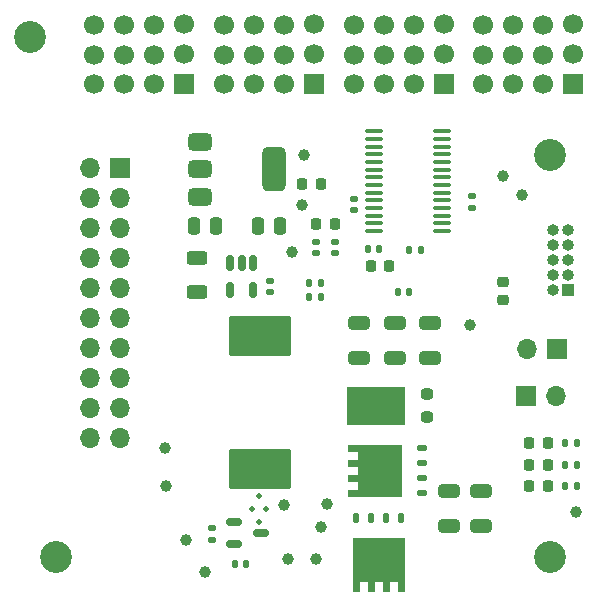
<source format=gbr>
%TF.GenerationSoftware,KiCad,Pcbnew,8.0.8*%
%TF.CreationDate,2025-03-05T15:18:31-05:00*%
%TF.ProjectId,V2.0,56322e30-2e6b-4696-9361-645f70636258,rev?*%
%TF.SameCoordinates,Original*%
%TF.FileFunction,Soldermask,Top*%
%TF.FilePolarity,Negative*%
%FSLAX46Y46*%
G04 Gerber Fmt 4.6, Leading zero omitted, Abs format (unit mm)*
G04 Created by KiCad (PCBNEW 8.0.8) date 2025-03-05 15:18:31*
%MOMM*%
%LPD*%
G01*
G04 APERTURE LIST*
G04 Aperture macros list*
%AMRoundRect*
0 Rectangle with rounded corners*
0 $1 Rounding radius*
0 $2 $3 $4 $5 $6 $7 $8 $9 X,Y pos of 4 corners*
0 Add a 4 corners polygon primitive as box body*
4,1,4,$2,$3,$4,$5,$6,$7,$8,$9,$2,$3,0*
0 Add four circle primitives for the rounded corners*
1,1,$1+$1,$2,$3*
1,1,$1+$1,$4,$5*
1,1,$1+$1,$6,$7*
1,1,$1+$1,$8,$9*
0 Add four rect primitives between the rounded corners*
20,1,$1+$1,$2,$3,$4,$5,0*
20,1,$1+$1,$4,$5,$6,$7,0*
20,1,$1+$1,$6,$7,$8,$9,0*
20,1,$1+$1,$8,$9,$2,$3,0*%
%AMFreePoly0*
4,1,17,2.675000,1.605000,1.875000,1.605000,1.875000,0.935000,2.675000,0.935000,2.675000,0.335000,1.875000,0.335000,1.875000,-0.335000,2.675000,-0.335000,2.675000,-0.935000,1.875000,-0.935000,1.875000,-1.605000,2.675000,-1.605000,2.675000,-2.205000,-1.875000,-2.205000,-1.875000,2.205000,2.675000,2.205000,2.675000,1.605000,2.675000,1.605000,$1*%
G04 Aperture macros list end*
%ADD10RoundRect,0.218750X-0.218750X-0.256250X0.218750X-0.256250X0.218750X0.256250X-0.218750X0.256250X0*%
%ADD11RoundRect,0.218750X0.256250X-0.218750X0.256250X0.218750X-0.256250X0.218750X-0.256250X-0.218750X0*%
%ADD12C,1.000000*%
%ADD13R,1.700000X1.700000*%
%ADD14C,1.700000*%
%ADD15O,1.700000X1.700000*%
%ADD16RoundRect,0.140000X-0.140000X-0.170000X0.140000X-0.170000X0.140000X0.170000X-0.140000X0.170000X0*%
%ADD17RoundRect,0.225000X-0.225000X-0.250000X0.225000X-0.250000X0.225000X0.250000X-0.225000X0.250000X0*%
%ADD18C,2.700000*%
%ADD19RoundRect,0.135000X-0.185000X0.135000X-0.185000X-0.135000X0.185000X-0.135000X0.185000X0.135000X0*%
%ADD20RoundRect,0.250000X0.250000X0.475000X-0.250000X0.475000X-0.250000X-0.475000X0.250000X-0.475000X0*%
%ADD21RoundRect,0.140000X0.170000X-0.140000X0.170000X0.140000X-0.170000X0.140000X-0.170000X-0.140000X0*%
%ADD22RoundRect,0.100000X0.637500X0.100000X-0.637500X0.100000X-0.637500X-0.100000X0.637500X-0.100000X0*%
%ADD23RoundRect,0.135000X-0.135000X-0.185000X0.135000X-0.185000X0.135000X0.185000X-0.135000X0.185000X0*%
%ADD24RoundRect,0.150000X-0.150000X0.512500X-0.150000X-0.512500X0.150000X-0.512500X0.150000X0.512500X0*%
%ADD25RoundRect,0.140000X-0.170000X0.140000X-0.170000X-0.140000X0.170000X-0.140000X0.170000X0.140000X0*%
%ADD26RoundRect,0.250000X0.650000X-0.325000X0.650000X0.325000X-0.650000X0.325000X-0.650000X-0.325000X0*%
%ADD27RoundRect,0.135000X0.135000X0.185000X-0.135000X0.185000X-0.135000X-0.185000X0.135000X-0.185000X0*%
%ADD28O,1.000000X1.000000*%
%ADD29R,1.000000X1.000000*%
%ADD30RoundRect,0.250000X-0.650000X0.325000X-0.650000X-0.325000X0.650000X-0.325000X0.650000X0.325000X0*%
%ADD31RoundRect,0.218750X0.218750X0.256250X-0.218750X0.256250X-0.218750X-0.256250X0.218750X-0.256250X0*%
%ADD32RoundRect,0.102000X2.500000X-1.625000X2.500000X1.625000X-2.500000X1.625000X-2.500000X-1.625000X0*%
%ADD33RoundRect,0.125000X0.300000X0.125000X-0.300000X0.125000X-0.300000X-0.125000X0.300000X-0.125000X0*%
%ADD34FreePoly0,180.000000*%
%ADD35RoundRect,0.125000X-0.125000X0.300000X-0.125000X-0.300000X0.125000X-0.300000X0.125000X0.300000X0*%
%ADD36FreePoly0,270.000000*%
%ADD37RoundRect,0.375000X-0.625000X-0.375000X0.625000X-0.375000X0.625000X0.375000X-0.625000X0.375000X0*%
%ADD38RoundRect,0.500000X-0.500000X-1.400000X0.500000X-1.400000X0.500000X1.400000X-0.500000X1.400000X0*%
%ADD39RoundRect,0.250000X-0.625000X0.312500X-0.625000X-0.312500X0.625000X-0.312500X0.625000X0.312500X0*%
%ADD40RoundRect,0.150000X-0.512500X-0.150000X0.512500X-0.150000X0.512500X0.150000X-0.512500X0.150000X0*%
%ADD41R,4.900000X3.200000*%
%ADD42RoundRect,0.237500X-0.262500X0.237500X-0.262500X-0.237500X0.262500X-0.237500X0.262500X0.237500X0*%
%ADD43RoundRect,0.250000X-0.250000X-0.475000X0.250000X-0.475000X0.250000X0.475000X-0.250000X0.475000X0*%
%ADD44C,0.499999*%
G04 APERTURE END LIST*
D10*
%TO.C,D6*%
X140012500Y-51400000D03*
X141587500Y-51400000D03*
%TD*%
D11*
%TO.C,D5*%
X157000000Y-61287500D03*
X157000000Y-59712500D03*
%TD*%
D12*
%TO.C,TP20*%
X130200000Y-81600000D03*
%TD*%
%TO.C,TP19*%
X128500000Y-77000000D03*
%TD*%
%TO.C,TP17*%
X142100000Y-78500000D03*
%TD*%
%TO.C,TP16*%
X138500000Y-78600000D03*
%TD*%
%TO.C,TP14*%
X128400000Y-73800000D03*
%TD*%
%TO.C,TP12*%
X141200000Y-83200000D03*
%TD*%
%TO.C,TP11*%
X138800000Y-83200000D03*
%TD*%
D13*
%TO.C,J6*%
X163000000Y-43000000D03*
D14*
X163000000Y-40460000D03*
X163000000Y-37920000D03*
X160460000Y-43000000D03*
X160460000Y-40500000D03*
X160460000Y-38000000D03*
X157920000Y-43000000D03*
X157920000Y-40500000D03*
X157920000Y-38000000D03*
X155380000Y-43000000D03*
X155380000Y-40500000D03*
X155380000Y-38000000D03*
%TD*%
D13*
%TO.C,J7*%
X152000000Y-43000000D03*
D14*
X152000000Y-40460000D03*
X152000000Y-37920000D03*
X149460000Y-43000000D03*
X149460000Y-40500000D03*
X149460000Y-38000000D03*
X146920000Y-43000000D03*
X146920000Y-40500000D03*
X146920000Y-38000000D03*
X144380000Y-43000000D03*
X144380000Y-40500000D03*
X144380000Y-38000000D03*
%TD*%
D13*
%TO.C,J8*%
X141000000Y-43000000D03*
D14*
X141000000Y-40460000D03*
X141000000Y-37920000D03*
X138460000Y-43000000D03*
X138460000Y-40500000D03*
X138460000Y-38000000D03*
X135920000Y-43000000D03*
X135920000Y-40500000D03*
X135920000Y-38000000D03*
X133380000Y-43000000D03*
X133380000Y-40500000D03*
X133380000Y-38000000D03*
%TD*%
D13*
%TO.C,J9*%
X130000000Y-43000000D03*
D14*
X130000000Y-40460000D03*
X130000000Y-37920000D03*
X127460000Y-43000000D03*
X127460000Y-40500000D03*
X127460000Y-38000000D03*
X124920000Y-43000000D03*
X124920000Y-40500000D03*
X124920000Y-38000000D03*
X122380000Y-43000000D03*
X122380000Y-40500000D03*
X122380000Y-38000000D03*
%TD*%
D13*
%TO.C,J4*%
X124625000Y-50050000D03*
D15*
X122085000Y-50050000D03*
X124625000Y-52590000D03*
X122085000Y-52590000D03*
X124625000Y-55130000D03*
X122085000Y-55130000D03*
X124625000Y-57670000D03*
X122085000Y-57670000D03*
X124625000Y-60210000D03*
X122085000Y-60210000D03*
X124625000Y-62750000D03*
X122085000Y-62750000D03*
X124625000Y-65290000D03*
X122085000Y-65290000D03*
X124625000Y-67830000D03*
X122085000Y-67830000D03*
X124625000Y-70370000D03*
X122085000Y-70370000D03*
X124625000Y-72910000D03*
X122085000Y-72910000D03*
%TD*%
D16*
%TO.C,C3*%
X148120000Y-60600000D03*
X149080000Y-60600000D03*
%TD*%
D12*
%TO.C,TP7*%
X154200000Y-63400000D03*
%TD*%
D17*
%TO.C,C12*%
X145837500Y-58375000D03*
X147387500Y-58375000D03*
%TD*%
D18*
%TO.C,H1*%
X117000000Y-39000000D03*
%TD*%
D19*
%TO.C,R5*%
X154400000Y-52490000D03*
X154400000Y-53510000D03*
%TD*%
D20*
%TO.C,C19*%
X138150000Y-55000000D03*
X136250000Y-55000000D03*
%TD*%
D21*
%TO.C,C20*%
X137300000Y-60580000D03*
X137300000Y-59620000D03*
%TD*%
D22*
%TO.C,U2*%
X151862500Y-55425000D03*
X151862500Y-54775000D03*
X151862500Y-54125000D03*
X151862500Y-53475000D03*
X151862500Y-52825000D03*
X151862500Y-52175000D03*
X151862500Y-51525000D03*
X151862500Y-50875000D03*
X151862500Y-50225000D03*
X151862500Y-49575000D03*
X151862500Y-48925000D03*
X151862500Y-48275000D03*
X151862500Y-47625000D03*
X151862500Y-46975000D03*
X146137500Y-46975000D03*
X146137500Y-47625000D03*
X146137500Y-48275000D03*
X146137500Y-48925000D03*
X146137500Y-49575000D03*
X146137500Y-50225000D03*
X146137500Y-50875000D03*
X146137500Y-51525000D03*
X146137500Y-52175000D03*
X146137500Y-52825000D03*
X146137500Y-53475000D03*
X146137500Y-54125000D03*
X146137500Y-54775000D03*
X146137500Y-55425000D03*
%TD*%
D13*
%TO.C,J2*%
X161600000Y-65400000D03*
D15*
X159060000Y-65400000D03*
%TD*%
D23*
%TO.C,R9*%
X140580000Y-61000000D03*
X141600000Y-61000000D03*
%TD*%
D12*
%TO.C,TP6*%
X131800000Y-84300000D03*
%TD*%
D24*
%TO.C,U7*%
X135850000Y-58162500D03*
X134900000Y-58162500D03*
X133950000Y-58162500D03*
X133950000Y-60437500D03*
X135850000Y-60437500D03*
%TD*%
D25*
%TO.C,C9*%
X141200000Y-56320000D03*
X141200000Y-57280000D03*
%TD*%
D23*
%TO.C,R6*%
X163322500Y-77000000D03*
X162302500Y-77000000D03*
%TD*%
D26*
%TO.C,CIN2*%
X155200000Y-77420000D03*
X155200000Y-80370000D03*
%TD*%
D27*
%TO.C,R8*%
X141600000Y-59810000D03*
X140580000Y-59810000D03*
%TD*%
D12*
%TO.C,TP3*%
X157000000Y-50800000D03*
%TD*%
D13*
%TO.C,J1*%
X159000000Y-69400000D03*
D15*
X161540000Y-69400000D03*
%TD*%
D28*
%TO.C,J3*%
X161230000Y-55330000D03*
X162500000Y-55330000D03*
X161230000Y-56600000D03*
X162500000Y-56600000D03*
X161230000Y-57870000D03*
X162500000Y-57870000D03*
X161230000Y-59140000D03*
X162500000Y-59140000D03*
X161230000Y-60410000D03*
D29*
X162500000Y-60410000D03*
%TD*%
D16*
%TO.C,C13*%
X145577500Y-56975000D03*
X146537500Y-56975000D03*
%TD*%
D12*
%TO.C,TP5*%
X139200000Y-57200000D03*
%TD*%
D16*
%TO.C,C22*%
X134320000Y-83600000D03*
X135280000Y-83600000D03*
%TD*%
D30*
%TO.C,COUT5*%
X144855000Y-63245000D03*
X144855000Y-66195000D03*
%TD*%
D25*
%TO.C,C10*%
X142800000Y-56320000D03*
X142800000Y-57280000D03*
%TD*%
D31*
%TO.C,D4*%
X159225000Y-77000000D03*
X160800000Y-77000000D03*
%TD*%
D10*
%TO.C,FB1*%
X141212500Y-54800000D03*
X142787500Y-54800000D03*
%TD*%
D23*
%TO.C,R2*%
X149090000Y-57000000D03*
X150110000Y-57000000D03*
%TD*%
D31*
%TO.C,D1*%
X159225000Y-75200000D03*
X160800000Y-75200000D03*
%TD*%
D23*
%TO.C,R3*%
X163322500Y-75200000D03*
X162302500Y-75200000D03*
%TD*%
D18*
%TO.C,H4*%
X161000000Y-83000000D03*
%TD*%
D12*
%TO.C,TP10*%
X163200000Y-79200000D03*
%TD*%
D23*
%TO.C,R4*%
X163322500Y-73400000D03*
X162302500Y-73400000D03*
%TD*%
D12*
%TO.C,TP4*%
X158600000Y-52400000D03*
%TD*%
D25*
%TO.C,C21*%
X132400000Y-80600000D03*
X132400000Y-81560000D03*
%TD*%
D32*
%TO.C,L1*%
X136455000Y-75545000D03*
X136455000Y-64295000D03*
%TD*%
D30*
%TO.C,COUT4*%
X147855000Y-63245000D03*
X147855000Y-66195000D03*
%TD*%
D18*
%TO.C,H2*%
X161000000Y-49000000D03*
%TD*%
%TO.C,H3*%
X119200000Y-83000000D03*
%TD*%
D12*
%TO.C,TP9*%
X140200000Y-49000000D03*
%TD*%
D33*
%TO.C,Q2*%
X150210000Y-73830000D03*
X150210000Y-75100000D03*
X150210000Y-76370000D03*
X150210000Y-77640000D03*
D34*
X146660000Y-75735000D03*
%TD*%
D35*
%TO.C,Q1*%
X144600000Y-79695000D03*
X145870000Y-79695000D03*
X147140000Y-79695000D03*
X148410000Y-79695000D03*
D36*
X146505000Y-83245000D03*
%TD*%
D26*
%TO.C,CIN1*%
X152455000Y-80370000D03*
X152455000Y-77420000D03*
%TD*%
D21*
%TO.C,C11*%
X144400000Y-53680000D03*
X144400000Y-52720000D03*
%TD*%
D37*
%TO.C,U6*%
X131350000Y-47900000D03*
X131350000Y-50200000D03*
D38*
X137650000Y-50200000D03*
D37*
X131350000Y-52500000D03*
%TD*%
D39*
%TO.C,R7*%
X131100000Y-57700000D03*
X131100000Y-60625000D03*
%TD*%
D12*
%TO.C,TP8*%
X140000000Y-53200000D03*
%TD*%
D40*
%TO.C,U8*%
X134262500Y-80050000D03*
X134262500Y-81950000D03*
X136537500Y-81000000D03*
%TD*%
D41*
%TO.C,D2*%
X146255000Y-70195000D03*
D42*
X150605000Y-71165000D03*
X150605000Y-69225000D03*
%TD*%
D30*
%TO.C,COUT3*%
X150855000Y-63245000D03*
X150855000Y-66195000D03*
%TD*%
D43*
%TO.C,C18*%
X130850000Y-55000000D03*
X132750000Y-55000000D03*
%TD*%
D31*
%TO.C,D3*%
X159225000Y-73400000D03*
X160800000Y-73400000D03*
%TD*%
D44*
%TO.C,U5*%
X136984999Y-78950001D03*
X136385000Y-80050001D03*
X136385000Y-77850001D03*
X135785001Y-78950001D03*
%TD*%
D12*
%TO.C,TP15*%
X141600000Y-80500000D03*
%TD*%
M02*

</source>
